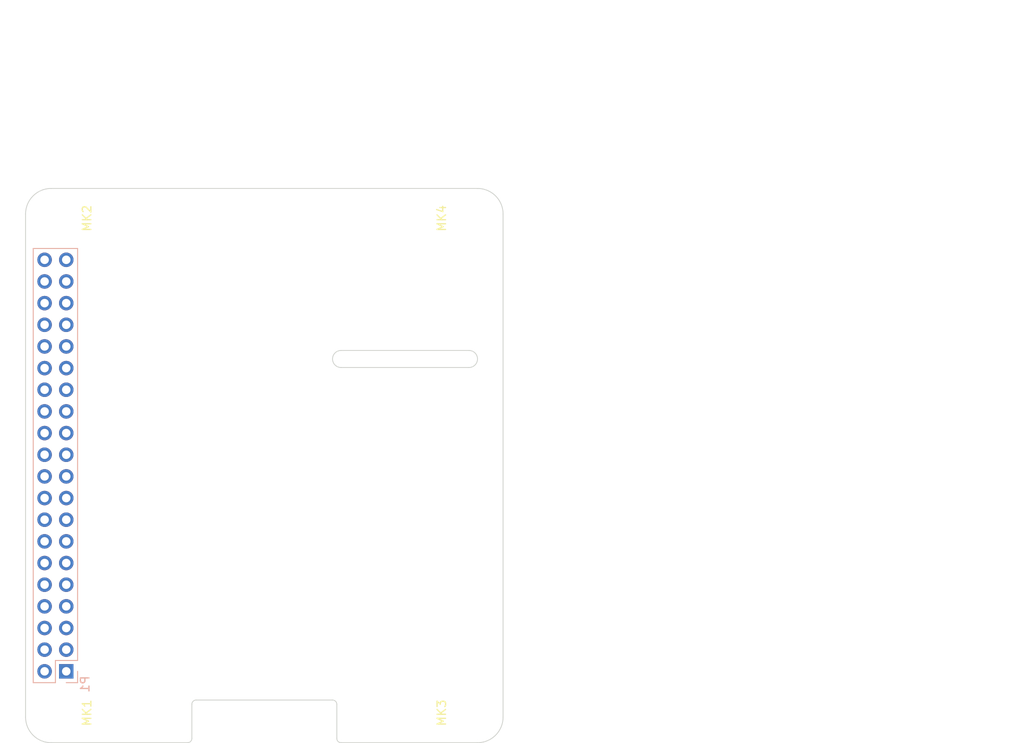
<source format=kicad_pcb>
(kicad_pcb (version 20171130) (host pcbnew "(5.0.0)")

  (general
    (thickness 1.6)
    (drawings 40)
    (tracks 0)
    (zones 0)
    (modules 5)
    (nets 32)
  )

  (page A3)
  (title_block
    (date "15 nov 2012")
  )

  (layers
    (0 F.Cu signal)
    (31 B.Cu signal)
    (32 B.Adhes user)
    (33 F.Adhes user)
    (34 B.Paste user)
    (35 F.Paste user)
    (36 B.SilkS user)
    (37 F.SilkS user)
    (38 B.Mask user)
    (39 F.Mask user)
    (40 Dwgs.User user)
    (41 Cmts.User user)
    (42 Eco1.User user)
    (43 Eco2.User user)
    (44 Edge.Cuts user)
  )

  (setup
    (last_trace_width 0.2)
    (trace_clearance 0.2)
    (zone_clearance 0.508)
    (zone_45_only no)
    (trace_min 0.1524)
    (segment_width 0.1)
    (edge_width 0.1)
    (via_size 0.9)
    (via_drill 0.6)
    (via_min_size 0.8)
    (via_min_drill 0.5)
    (uvia_size 0.5)
    (uvia_drill 0.1)
    (uvias_allowed no)
    (uvia_min_size 0.5)
    (uvia_min_drill 0.1)
    (pcb_text_width 0.3)
    (pcb_text_size 1 1)
    (mod_edge_width 0.15)
    (mod_text_size 1 1)
    (mod_text_width 0.15)
    (pad_size 2.5 2.5)
    (pad_drill 2.5)
    (pad_to_mask_clearance 0)
    (aux_axis_origin 200 150)
    (grid_origin 200 150)
    (visible_elements 7FFFFFFF)
    (pcbplotparams
      (layerselection 0x00030_80000001)
      (usegerberextensions true)
      (usegerberattributes false)
      (usegerberadvancedattributes false)
      (creategerberjobfile false)
      (excludeedgelayer true)
      (linewidth 0.150000)
      (plotframeref false)
      (viasonmask false)
      (mode 1)
      (useauxorigin false)
      (hpglpennumber 1)
      (hpglpenspeed 20)
      (hpglpendiameter 15.000000)
      (psnegative false)
      (psa4output false)
      (plotreference true)
      (plotvalue true)
      (plotinvisibletext false)
      (padsonsilk false)
      (subtractmaskfromsilk false)
      (outputformat 1)
      (mirror false)
      (drillshape 1)
      (scaleselection 1)
      (outputdirectory ""))
  )

  (net 0 "")
  (net 1 +3V3)
  (net 2 +5V)
  (net 3 GND)
  (net 4 /ID_SD)
  (net 5 /ID_SC)
  (net 6 /GPIO5)
  (net 7 /GPIO6)
  (net 8 /GPIO26)
  (net 9 "/GPIO2(SDA1)")
  (net 10 "/GPIO3(SCL1)")
  (net 11 "/GPIO4(GCLK)")
  (net 12 "/GPIO14(TXD0)")
  (net 13 "/GPIO15(RXD0)")
  (net 14 "/GPIO17(GEN0)")
  (net 15 "/GPIO27(GEN2)")
  (net 16 "/GPIO22(GEN3)")
  (net 17 "/GPIO23(GEN4)")
  (net 18 "/GPIO24(GEN5)")
  (net 19 "/GPIO25(GEN6)")
  (net 20 "/GPIO18(GEN1)(PWM0)")
  (net 21 "/GPIO10(SPI0_MOSI)")
  (net 22 "/GPIO9(SPI0_MISO)")
  (net 23 "/GPIO11(SPI0_SCK)")
  (net 24 "/GPIO8(SPI0_CE_N)")
  (net 25 "/GPIO7(SPI1_CE_N)")
  (net 26 "/GPIO12(PWM0)")
  (net 27 "/GPIO13(PWM1)")
  (net 28 "/GPIO19(SPI1_MISO)")
  (net 29 /GPIO16)
  (net 30 "/GPIO20(SPI1_MOSI)")
  (net 31 "/GPIO21(SPI1_SCK)")

  (net_class Default "This is the default net class."
    (clearance 0.2)
    (trace_width 0.2)
    (via_dia 0.9)
    (via_drill 0.6)
    (uvia_dia 0.5)
    (uvia_drill 0.1)
    (add_net +3V3)
    (add_net +5V)
    (add_net "/GPIO10(SPI0_MOSI)")
    (add_net "/GPIO11(SPI0_SCK)")
    (add_net "/GPIO12(PWM0)")
    (add_net "/GPIO13(PWM1)")
    (add_net "/GPIO14(TXD0)")
    (add_net "/GPIO15(RXD0)")
    (add_net /GPIO16)
    (add_net "/GPIO17(GEN0)")
    (add_net "/GPIO18(GEN1)(PWM0)")
    (add_net "/GPIO19(SPI1_MISO)")
    (add_net "/GPIO2(SDA1)")
    (add_net "/GPIO20(SPI1_MOSI)")
    (add_net "/GPIO21(SPI1_SCK)")
    (add_net "/GPIO22(GEN3)")
    (add_net "/GPIO23(GEN4)")
    (add_net "/GPIO24(GEN5)")
    (add_net "/GPIO25(GEN6)")
    (add_net /GPIO26)
    (add_net "/GPIO27(GEN2)")
    (add_net "/GPIO3(SCL1)")
    (add_net "/GPIO4(GCLK)")
    (add_net /GPIO5)
    (add_net /GPIO6)
    (add_net "/GPIO7(SPI1_CE_N)")
    (add_net "/GPIO8(SPI0_CE_N)")
    (add_net "/GPIO9(SPI0_MISO)")
    (add_net /ID_SC)
    (add_net /ID_SD)
    (add_net GND)
  )

  (net_class Power ""
    (clearance 0.2)
    (trace_width 0.5)
    (via_dia 1)
    (via_drill 0.7)
    (uvia_dia 0.5)
    (uvia_drill 0.1)
  )

  (module Connector_PinSocket_2.54mm:PinSocket_2x20_P2.54mm_Vertical (layer B.Cu) (tedit 5A19A433) (tstamp 5A793E9F)
    (at 83.995 119.38)
    (descr "Through hole straight socket strip, 2x20, 2.54mm pitch, double cols (from Kicad 4.0.7), script generated")
    (tags "Through hole socket strip THT 2x20 2.54mm double row")
    (path /59AD464A)
    (fp_text reference P1 (at 2.208 1.512 -270) (layer B.SilkS)
      (effects (font (size 1 1) (thickness 0.15)) (justify mirror))
    )
    (fp_text value Conn_02x20_Odd_Even (at -1.27 -51.03) (layer B.Fab)
      (effects (font (size 1 1) (thickness 0.15)) (justify mirror))
    )
    (fp_line (start -3.81 1.27) (end 0.27 1.27) (layer B.Fab) (width 0.1))
    (fp_line (start 0.27 1.27) (end 1.27 0.27) (layer B.Fab) (width 0.1))
    (fp_line (start 1.27 0.27) (end 1.27 -49.53) (layer B.Fab) (width 0.1))
    (fp_line (start 1.27 -49.53) (end -3.81 -49.53) (layer B.Fab) (width 0.1))
    (fp_line (start -3.81 -49.53) (end -3.81 1.27) (layer B.Fab) (width 0.1))
    (fp_line (start -3.87 1.33) (end -1.27 1.33) (layer B.SilkS) (width 0.12))
    (fp_line (start -3.87 1.33) (end -3.87 -49.59) (layer B.SilkS) (width 0.12))
    (fp_line (start -3.87 -49.59) (end 1.33 -49.59) (layer B.SilkS) (width 0.12))
    (fp_line (start 1.33 -1.27) (end 1.33 -49.59) (layer B.SilkS) (width 0.12))
    (fp_line (start -1.27 -1.27) (end 1.33 -1.27) (layer B.SilkS) (width 0.12))
    (fp_line (start -1.27 1.33) (end -1.27 -1.27) (layer B.SilkS) (width 0.12))
    (fp_line (start 1.33 1.33) (end 1.33 0) (layer B.SilkS) (width 0.12))
    (fp_line (start 0 1.33) (end 1.33 1.33) (layer B.SilkS) (width 0.12))
    (fp_line (start -4.34 1.8) (end 1.76 1.8) (layer B.CrtYd) (width 0.05))
    (fp_line (start 1.76 1.8) (end 1.76 -50) (layer B.CrtYd) (width 0.05))
    (fp_line (start 1.76 -50) (end -4.34 -50) (layer B.CrtYd) (width 0.05))
    (fp_line (start -4.34 -50) (end -4.34 1.8) (layer B.CrtYd) (width 0.05))
    (fp_text user %R (at -1.27 -24.13 -90) (layer B.Fab)
      (effects (font (size 1 1) (thickness 0.15)) (justify mirror))
    )
    (pad 1 thru_hole rect (at 0 0) (size 1.7 1.7) (drill 1) (layers *.Cu *.Mask)
      (net 1 +3V3))
    (pad 2 thru_hole oval (at -2.54 0) (size 1.7 1.7) (drill 1) (layers *.Cu *.Mask)
      (net 2 +5V))
    (pad 3 thru_hole oval (at 0 -2.54) (size 1.7 1.7) (drill 1) (layers *.Cu *.Mask)
      (net 9 "/GPIO2(SDA1)"))
    (pad 4 thru_hole oval (at -2.54 -2.54) (size 1.7 1.7) (drill 1) (layers *.Cu *.Mask)
      (net 2 +5V))
    (pad 5 thru_hole oval (at 0 -5.08) (size 1.7 1.7) (drill 1) (layers *.Cu *.Mask)
      (net 10 "/GPIO3(SCL1)"))
    (pad 6 thru_hole oval (at -2.54 -5.08) (size 1.7 1.7) (drill 1) (layers *.Cu *.Mask)
      (net 3 GND))
    (pad 7 thru_hole oval (at 0 -7.62) (size 1.7 1.7) (drill 1) (layers *.Cu *.Mask)
      (net 11 "/GPIO4(GCLK)"))
    (pad 8 thru_hole oval (at -2.54 -7.62) (size 1.7 1.7) (drill 1) (layers *.Cu *.Mask)
      (net 12 "/GPIO14(TXD0)"))
    (pad 9 thru_hole oval (at 0 -10.16) (size 1.7 1.7) (drill 1) (layers *.Cu *.Mask)
      (net 3 GND))
    (pad 10 thru_hole oval (at -2.54 -10.16) (size 1.7 1.7) (drill 1) (layers *.Cu *.Mask)
      (net 13 "/GPIO15(RXD0)"))
    (pad 11 thru_hole oval (at 0 -12.7) (size 1.7 1.7) (drill 1) (layers *.Cu *.Mask)
      (net 14 "/GPIO17(GEN0)"))
    (pad 12 thru_hole oval (at -2.54 -12.7) (size 1.7 1.7) (drill 1) (layers *.Cu *.Mask)
      (net 20 "/GPIO18(GEN1)(PWM0)"))
    (pad 13 thru_hole oval (at 0 -15.24) (size 1.7 1.7) (drill 1) (layers *.Cu *.Mask)
      (net 15 "/GPIO27(GEN2)"))
    (pad 14 thru_hole oval (at -2.54 -15.24) (size 1.7 1.7) (drill 1) (layers *.Cu *.Mask)
      (net 3 GND))
    (pad 15 thru_hole oval (at 0 -17.78) (size 1.7 1.7) (drill 1) (layers *.Cu *.Mask)
      (net 16 "/GPIO22(GEN3)"))
    (pad 16 thru_hole oval (at -2.54 -17.78) (size 1.7 1.7) (drill 1) (layers *.Cu *.Mask)
      (net 17 "/GPIO23(GEN4)"))
    (pad 17 thru_hole oval (at 0 -20.32) (size 1.7 1.7) (drill 1) (layers *.Cu *.Mask)
      (net 1 +3V3))
    (pad 18 thru_hole oval (at -2.54 -20.32) (size 1.7 1.7) (drill 1) (layers *.Cu *.Mask)
      (net 18 "/GPIO24(GEN5)"))
    (pad 19 thru_hole oval (at 0 -22.86) (size 1.7 1.7) (drill 1) (layers *.Cu *.Mask)
      (net 21 "/GPIO10(SPI0_MOSI)"))
    (pad 20 thru_hole oval (at -2.54 -22.86) (size 1.7 1.7) (drill 1) (layers *.Cu *.Mask)
      (net 3 GND))
    (pad 21 thru_hole oval (at 0 -25.4) (size 1.7 1.7) (drill 1) (layers *.Cu *.Mask)
      (net 22 "/GPIO9(SPI0_MISO)"))
    (pad 22 thru_hole oval (at -2.54 -25.4) (size 1.7 1.7) (drill 1) (layers *.Cu *.Mask)
      (net 19 "/GPIO25(GEN6)"))
    (pad 23 thru_hole oval (at 0 -27.94) (size 1.7 1.7) (drill 1) (layers *.Cu *.Mask)
      (net 23 "/GPIO11(SPI0_SCK)"))
    (pad 24 thru_hole oval (at -2.54 -27.94) (size 1.7 1.7) (drill 1) (layers *.Cu *.Mask)
      (net 24 "/GPIO8(SPI0_CE_N)"))
    (pad 25 thru_hole oval (at 0 -30.48) (size 1.7 1.7) (drill 1) (layers *.Cu *.Mask)
      (net 3 GND))
    (pad 26 thru_hole oval (at -2.54 -30.48) (size 1.7 1.7) (drill 1) (layers *.Cu *.Mask)
      (net 25 "/GPIO7(SPI1_CE_N)"))
    (pad 27 thru_hole oval (at 0 -33.02) (size 1.7 1.7) (drill 1) (layers *.Cu *.Mask)
      (net 4 /ID_SD))
    (pad 28 thru_hole oval (at -2.54 -33.02) (size 1.7 1.7) (drill 1) (layers *.Cu *.Mask)
      (net 5 /ID_SC))
    (pad 29 thru_hole oval (at 0 -35.56) (size 1.7 1.7) (drill 1) (layers *.Cu *.Mask)
      (net 6 /GPIO5))
    (pad 30 thru_hole oval (at -2.54 -35.56) (size 1.7 1.7) (drill 1) (layers *.Cu *.Mask)
      (net 3 GND))
    (pad 31 thru_hole oval (at 0 -38.1) (size 1.7 1.7) (drill 1) (layers *.Cu *.Mask)
      (net 7 /GPIO6))
    (pad 32 thru_hole oval (at -2.54 -38.1) (size 1.7 1.7) (drill 1) (layers *.Cu *.Mask)
      (net 26 "/GPIO12(PWM0)"))
    (pad 33 thru_hole oval (at 0 -40.64) (size 1.7 1.7) (drill 1) (layers *.Cu *.Mask)
      (net 27 "/GPIO13(PWM1)"))
    (pad 34 thru_hole oval (at -2.54 -40.64) (size 1.7 1.7) (drill 1) (layers *.Cu *.Mask)
      (net 3 GND))
    (pad 35 thru_hole oval (at 0 -43.18) (size 1.7 1.7) (drill 1) (layers *.Cu *.Mask)
      (net 28 "/GPIO19(SPI1_MISO)"))
    (pad 36 thru_hole oval (at -2.54 -43.18) (size 1.7 1.7) (drill 1) (layers *.Cu *.Mask)
      (net 29 /GPIO16))
    (pad 37 thru_hole oval (at 0 -45.72) (size 1.7 1.7) (drill 1) (layers *.Cu *.Mask)
      (net 8 /GPIO26))
    (pad 38 thru_hole oval (at -2.54 -45.72) (size 1.7 1.7) (drill 1) (layers *.Cu *.Mask)
      (net 30 "/GPIO20(SPI1_MOSI)"))
    (pad 39 thru_hole oval (at 0 -48.26) (size 1.7 1.7) (drill 1) (layers *.Cu *.Mask)
      (net 3 GND))
    (pad 40 thru_hole oval (at -2.54 -48.26) (size 1.7 1.7) (drill 1) (layers *.Cu *.Mask)
      (net 31 "/GPIO21(SPI1_SCK)"))
    (model ${KISYS3DMOD}/Connector_PinSocket_2.54mm.3dshapes/PinSocket_2x20_P2.54mm_Vertical.wrl
      (at (xyz 0 0 0))
      (scale (xyz 1 1 1))
      (rotate (xyz 0 0 0))
    )
  )

  (module MountingHole:MountingHole_2.7mm_M2.5 (layer F.Cu) (tedit 56D1B4CB) (tstamp 5A793E98)
    (at 131.725 66.25 90)
    (descr "Mounting Hole 2.7mm, no annular, M2.5")
    (tags "mounting hole 2.7mm no annular m2.5")
    (path /5834FC4F)
    (attr virtual)
    (fp_text reference MK4 (at 0 -3.7 90) (layer F.SilkS)
      (effects (font (size 1 1) (thickness 0.15)))
    )
    (fp_text value M2.5 (at 0 3.7 90) (layer F.Fab)
      (effects (font (size 1 1) (thickness 0.15)))
    )
    (fp_circle (center 0 0) (end 2.95 0) (layer F.CrtYd) (width 0.05))
    (fp_circle (center 0 0) (end 2.7 0) (layer Cmts.User) (width 0.15))
    (fp_text user %R (at 0.3 0 90) (layer F.Fab)
      (effects (font (size 1 1) (thickness 0.15)))
    )
    (pad 1 np_thru_hole circle (at 0 0 90) (size 2.7 2.7) (drill 2.7) (layers *.Cu *.Mask))
  )

  (module MountingHole:MountingHole_2.7mm_M2.5 (layer F.Cu) (tedit 56D1B4CB) (tstamp 5A793E91)
    (at 131.725 124.25 90)
    (descr "Mounting Hole 2.7mm, no annular, M2.5")
    (tags "mounting hole 2.7mm no annular m2.5")
    (path /5834FBEF)
    (attr virtual)
    (fp_text reference MK3 (at 0 -3.7 90) (layer F.SilkS)
      (effects (font (size 1 1) (thickness 0.15)))
    )
    (fp_text value M2.5 (at 0 3.7 90) (layer F.Fab)
      (effects (font (size 1 1) (thickness 0.15)))
    )
    (fp_text user %R (at 0.3 0 90) (layer F.Fab)
      (effects (font (size 1 1) (thickness 0.15)))
    )
    (fp_circle (center 0 0) (end 2.7 0) (layer Cmts.User) (width 0.15))
    (fp_circle (center 0 0) (end 2.95 0) (layer F.CrtYd) (width 0.05))
    (pad 1 np_thru_hole circle (at 0 0 90) (size 2.7 2.7) (drill 2.7) (layers *.Cu *.Mask))
  )

  (module MountingHole:MountingHole_2.7mm_M2.5 (layer F.Cu) (tedit 56D1B4CB) (tstamp 5A793E8A)
    (at 82.725 66.25 270)
    (descr "Mounting Hole 2.7mm, no annular, M2.5")
    (tags "mounting hole 2.7mm no annular m2.5")
    (path /5834FC19)
    (attr virtual)
    (fp_text reference MK2 (at 0 -3.7 270) (layer F.SilkS)
      (effects (font (size 1 1) (thickness 0.15)))
    )
    (fp_text value M2.5 (at 0 3.7 270) (layer F.Fab)
      (effects (font (size 1 1) (thickness 0.15)))
    )
    (fp_circle (center 0 0) (end 2.95 0) (layer F.CrtYd) (width 0.05))
    (fp_circle (center 0 0) (end 2.7 0) (layer Cmts.User) (width 0.15))
    (fp_text user %R (at 0.3 0 270) (layer F.Fab)
      (effects (font (size 1 1) (thickness 0.15)))
    )
    (pad 1 np_thru_hole circle (at 0 0 270) (size 2.7 2.7) (drill 2.7) (layers *.Cu *.Mask))
  )

  (module MountingHole:MountingHole_2.7mm_M2.5 (layer F.Cu) (tedit 56D1B4CB) (tstamp 5A793E83)
    (at 82.725 124.25 270)
    (descr "Mounting Hole 2.7mm, no annular, M2.5")
    (tags "mounting hole 2.7mm no annular m2.5")
    (path /5834FB2E)
    (attr virtual)
    (fp_text reference MK1 (at 0 -3.7 270) (layer F.SilkS)
      (effects (font (size 1 1) (thickness 0.15)))
    )
    (fp_text value M2.5 (at 0 3.7 270) (layer F.Fab)
      (effects (font (size 1 1) (thickness 0.15)))
    )
    (fp_text user %R (at 0.3 0 270) (layer F.Fab)
      (effects (font (size 1 1) (thickness 0.15)))
    )
    (fp_circle (center 0 0) (end 2.7 0) (layer Cmts.User) (width 0.15))
    (fp_circle (center 0 0) (end 2.95 0) (layer F.CrtYd) (width 0.05))
    (pad 1 np_thru_hole circle (at 0 0 270) (size 2.7 2.7) (drill 2.7) (layers *.Cu *.Mask))
  )

  (gr_line (start 76.275 40.7) (end 196.275 40.7) (layer Eco1.User) (width 0.1))
  (gr_line (start 131.225 83.75) (end 116.225 83.75) (layer Edge.Cuts) (width 0.1))
  (gr_line (start 116.225 81.75) (end 131.225 81.75) (layer Edge.Cuts) (width 0.1))
  (gr_arc (start 116.225 82.75) (end 116.225 83.75) (angle 180) (layer Edge.Cuts) (width 0.1))
  (gr_arc (start 131.225 82.75) (end 131.225 81.75) (angle 180) (layer Edge.Cuts) (width 0.1))
  (gr_arc (start 116.225 127.25) (end 116.225 127.75) (angle 89.9) (layer Edge.Cuts) (width 0.1))
  (gr_arc (start 115.225 123.25) (end 115.225 122.75) (angle 90) (layer Edge.Cuts) (width 0.1))
  (gr_arc (start 98.225 127.25) (end 98.725 127.25) (angle 90) (layer Edge.Cuts) (width 0.1))
  (gr_arc (start 99.225 123.25) (end 98.725 123.25) (angle 90) (layer Edge.Cuts) (width 0.1))
  (gr_line (start 98.225 127.75) (end 116.225 127.75) (layer Dwgs.User) (width 0.1))
  (gr_line (start 82.225 127.75) (end 98.225 127.75) (layer Edge.Cuts) (width 0.1))
  (gr_text DISPLAY (at 107.225 125.25 180) (layer Dwgs.User) (tstamp 580CBBFF)
    (effects (font (size 1 1) (thickness 0.15)))
  )
  (gr_text CAMERA (at 124.225 82.75 180) (layer Dwgs.User)
    (effects (font (size 1 1) (thickness 0.15)))
  )
  (gr_text RJ45 (at 125.065 51.55 90) (layer Dwgs.User) (tstamp 580CBBEB)
    (effects (font (size 2 2) (thickness 0.15)))
  )
  (gr_text USB (at 106.777 50.026 90) (layer Dwgs.User) (tstamp 580CBBE9)
    (effects (font (size 2 2) (thickness 0.15)))
  )
  (gr_text USB (at 87.473 49.518 90) (layer Dwgs.User)
    (effects (font (size 2 2) (thickness 0.15)))
  )
  (gr_arc (start 82.225 65.75) (end 79.225 65.75) (angle 90) (layer Edge.Cuts) (width 0.1))
  (gr_arc (start 132.225 65.75) (end 132.225 62.75) (angle 90) (layer Edge.Cuts) (width 0.1))
  (gr_arc (start 132.225 124.75) (end 135.225 124.75) (angle 90) (layer Edge.Cuts) (width 0.1))
  (gr_arc (start 82.225 124.75) (end 82.225 127.75) (angle 90) (layer Edge.Cuts) (width 0.1))
  (gr_line (start 99.675 57.85) (end 99.675 40.75) (layer Dwgs.User) (width 0.1))
  (gr_line (start 79.225 65.75) (end 79.225 124.75) (layer Edge.Cuts) (width 0.1))
  (gr_line (start 112.775 57.85) (end 99.675 57.85) (layer Dwgs.User) (width 0.1))
  (gr_line (start 112.775 40.75) (end 112.775 57.85) (layer Dwgs.User) (width 0.1))
  (gr_line (start 99.675 40.75) (end 112.775 40.75) (layer Dwgs.User) (width 0.1))
  (gr_line (start 115.725 123.25) (end 115.725 127.25) (layer Edge.Cuts) (width 0.1))
  (gr_line (start 99.225 122.75) (end 115.225 122.75) (layer Edge.Cuts) (width 0.1))
  (gr_line (start 98.725 127.25) (end 98.725 123.25) (layer Edge.Cuts) (width 0.1))
  (gr_line (start 132.9 61.75) (end 117.05 61.75) (layer Dwgs.User) (width 0.1))
  (gr_line (start 132.9 40.75) (end 132.9 61.75) (layer Dwgs.User) (width 0.1))
  (gr_line (start 117.05 40.75) (end 132.9 40.75) (layer Dwgs.User) (width 0.1))
  (gr_line (start 117.05 61.75) (end 117.05 40.75) (layer Dwgs.User) (width 0.1))
  (gr_line (start 132.225 62.75) (end 82.225 62.75) (layer Edge.Cuts) (width 0.1))
  (gr_line (start 135.225 124.75) (end 135.225 65.75) (layer Edge.Cuts) (width 0.1))
  (gr_line (start 116.225 127.75) (end 132.225 127.75) (layer Edge.Cuts) (width 0.1))
  (gr_line (start 94.680925 57.85) (end 81.580925 57.85) (layer Dwgs.User) (width 0.1))
  (gr_line (start 94.680925 40.75) (end 94.680925 57.85) (layer Dwgs.User) (width 0.1))
  (gr_line (start 81.580925 40.75) (end 94.680925 40.75) (layer Dwgs.User) (width 0.1))
  (gr_line (start 81.580925 57.85) (end 81.580925 40.75) (layer Dwgs.User) (width 0.1))
  (gr_text "RASPBERRY-PI 40-PIN ADDON BOARD\nVIEW FROM TOP\nNOTE: P1 SHOULD BE FITTED ON THE REVERSE OF THE BOARD\n\nADD EDGE CUTS FROM CAMERA AND DISPLAY PORTS AS REQUIRED" (at 145.385 127.75 90) (layer Dwgs.User)
    (effects (font (size 2 1.7) (thickness 0.12)) (justify left))
  )

)

</source>
